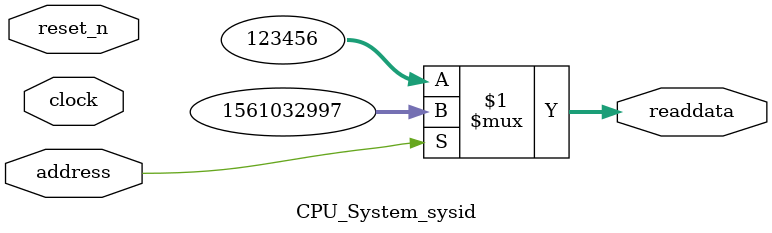
<source format=v>



// synthesis translate_off
`timescale 1ns / 1ps
// synthesis translate_on

// turn off superfluous verilog processor warnings 
// altera message_level Level1 
// altera message_off 10034 10035 10036 10037 10230 10240 10030 

module CPU_System_sysid (
               // inputs:
                address,
                clock,
                reset_n,

               // outputs:
                readdata
             )
;

  output  [ 31: 0] readdata;
  input            address;
  input            clock;
  input            reset_n;

  wire    [ 31: 0] readdata;
  //control_slave, which is an e_avalon_slave
  assign readdata = address ? 1561032997 : 123456;

endmodule



</source>
